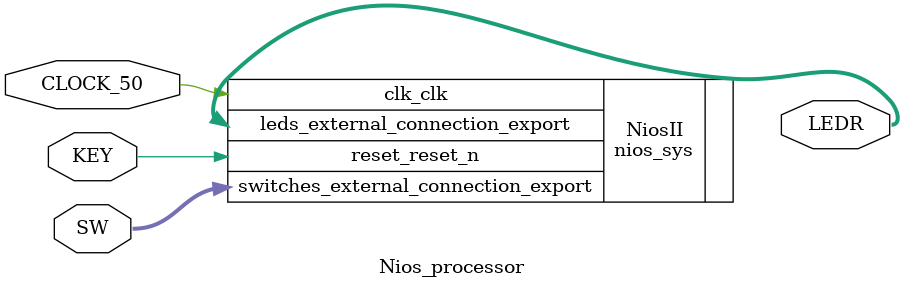
<source format=v>
/*
Implements a simple Nios II system for the DE-series board.

Inputs: SW7−0 are parallel port inputs to the Nios II system
CLOCK_50 is the system clock
KEY0 is the active-low system reset
Outputs: LEDR7−0 are parallel port outputs from the Nios II system

*/
module Nios_processor (CLOCK_50, SW, KEY, LEDR);
	
	input CLOCK_50;
	input [7:0] SW;
	input [0:0] KEY;
	output [7:0] LEDR;
	
	// Instantiate the Nios II system module generated by the Qsys tool:
	nios_sys NiosII (
		.clk_clk(CLOCK_50),
		.reset_reset_n(KEY),
		.switches_external_connection_export(SW),
		.leds_external_connection_export(LEDR));

		
endmodule

</source>
